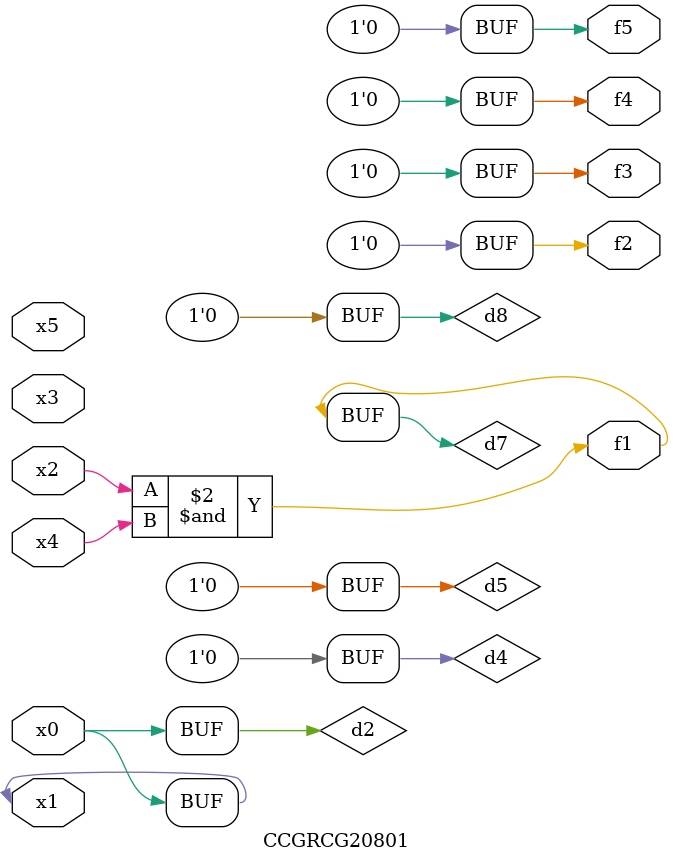
<source format=v>
module CCGRCG20801(
	input x0, x1, x2, x3, x4, x5,
	output f1, f2, f3, f4, f5
);

	wire d1, d2, d3, d4, d5, d6, d7, d8, d9;

	nand (d1, x1);
	buf (d2, x0, x1);
	nand (d3, x2, x4);
	and (d4, d1, d2);
	and (d5, d1, d2);
	nand (d6, d1, d3);
	not (d7, d3);
	xor (d8, d5);
	nor (d9, d5, d6);
	assign f1 = d7;
	assign f2 = d8;
	assign f3 = d8;
	assign f4 = d8;
	assign f5 = d8;
endmodule

</source>
